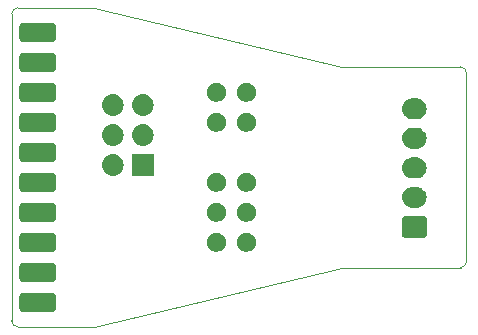
<source format=gts>
G04 #@! TF.GenerationSoftware,KiCad,Pcbnew,5.0.1*
G04 #@! TF.CreationDate,2019-11-02T01:16:45+01:00*
G04 #@! TF.ProjectId,JlinkBreakout,4A6C696E6B427265616B6F75742E6B69,rev?*
G04 #@! TF.SameCoordinates,Original*
G04 #@! TF.FileFunction,Soldermask,Top*
G04 #@! TF.FilePolarity,Negative*
%FSLAX46Y46*%
G04 Gerber Fmt 4.6, Leading zero omitted, Abs format (unit mm)*
G04 Created by KiCad (PCBNEW 5.0.1) date Sat 02 Nov 2019 01:16:45 AM CET*
%MOMM*%
%LPD*%
G01*
G04 APERTURE LIST*
%ADD10C,0.050000*%
%ADD11C,0.100000*%
G04 APERTURE END LIST*
D10*
X58500000Y-60000000D02*
G75*
G02X58000000Y-59500000I0J500000D01*
G01*
X58000000Y-33500000D02*
G75*
G02X58500000Y-33000000I500000J0D01*
G01*
X96000000Y-38000000D02*
G75*
G02X96500000Y-38500000I0J-500000D01*
G01*
X96500000Y-54500000D02*
G75*
G02X96000000Y-55000000I-500000J0D01*
G01*
X86000000Y-38000000D02*
X65000000Y-33000000D01*
X96000000Y-38000000D02*
X86000000Y-38000000D01*
X96500000Y-54500000D02*
X96500000Y-38500000D01*
X86000000Y-55000000D02*
X96000000Y-55000000D01*
X65000000Y-60000000D02*
X86000000Y-55000000D01*
X65000000Y-33000000D02*
X58500000Y-33000000D01*
X58500000Y-60000000D02*
X65000000Y-60000000D01*
X58000000Y-33500000D02*
X58000000Y-59500000D01*
D11*
G36*
X61473993Y-57124203D02*
X61538414Y-57143744D01*
X61597776Y-57175475D01*
X61649817Y-57218183D01*
X61692525Y-57270224D01*
X61724256Y-57329586D01*
X61743797Y-57394007D01*
X61751000Y-57467141D01*
X61751000Y-58392859D01*
X61743797Y-58465993D01*
X61724256Y-58530414D01*
X61692525Y-58589776D01*
X61649817Y-58641817D01*
X61597776Y-58684525D01*
X61538414Y-58716256D01*
X61473993Y-58735797D01*
X61400859Y-58743000D01*
X58999141Y-58743000D01*
X58926007Y-58735797D01*
X58861586Y-58716256D01*
X58802224Y-58684525D01*
X58750183Y-58641817D01*
X58707475Y-58589776D01*
X58675744Y-58530414D01*
X58656203Y-58465993D01*
X58649000Y-58392859D01*
X58649000Y-57467141D01*
X58656203Y-57394007D01*
X58675744Y-57329586D01*
X58707475Y-57270224D01*
X58750183Y-57218183D01*
X58802224Y-57175475D01*
X58861586Y-57143744D01*
X58926007Y-57124203D01*
X58999141Y-57117000D01*
X61400859Y-57117000D01*
X61473993Y-57124203D01*
X61473993Y-57124203D01*
G37*
G36*
X61473993Y-54584203D02*
X61538414Y-54603744D01*
X61597776Y-54635475D01*
X61649817Y-54678183D01*
X61692525Y-54730224D01*
X61724256Y-54789586D01*
X61743797Y-54854007D01*
X61751000Y-54927141D01*
X61751000Y-55852859D01*
X61743797Y-55925993D01*
X61724256Y-55990414D01*
X61692525Y-56049776D01*
X61649817Y-56101817D01*
X61597776Y-56144525D01*
X61538414Y-56176256D01*
X61473993Y-56195797D01*
X61400859Y-56203000D01*
X58999141Y-56203000D01*
X58926007Y-56195797D01*
X58861586Y-56176256D01*
X58802224Y-56144525D01*
X58750183Y-56101817D01*
X58707475Y-56049776D01*
X58675744Y-55990414D01*
X58656203Y-55925993D01*
X58649000Y-55852859D01*
X58649000Y-54927141D01*
X58656203Y-54854007D01*
X58675744Y-54789586D01*
X58707475Y-54730224D01*
X58750183Y-54678183D01*
X58802224Y-54635475D01*
X58861586Y-54603744D01*
X58926007Y-54584203D01*
X58999141Y-54577000D01*
X61400859Y-54577000D01*
X61473993Y-54584203D01*
X61473993Y-54584203D01*
G37*
G36*
X78107142Y-52068242D02*
X78255102Y-52129530D01*
X78268052Y-52138183D01*
X78387000Y-52217661D01*
X78388258Y-52218502D01*
X78501498Y-52331742D01*
X78590470Y-52464898D01*
X78651758Y-52612858D01*
X78683000Y-52769925D01*
X78683000Y-52930075D01*
X78651758Y-53087142D01*
X78604354Y-53201583D01*
X78590471Y-53235100D01*
X78501499Y-53368257D01*
X78388257Y-53481499D01*
X78345937Y-53509776D01*
X78255102Y-53570470D01*
X78107142Y-53631758D01*
X77950075Y-53663000D01*
X77789925Y-53663000D01*
X77632858Y-53631758D01*
X77484898Y-53570470D01*
X77394063Y-53509776D01*
X77351743Y-53481499D01*
X77238501Y-53368257D01*
X77149529Y-53235100D01*
X77135646Y-53201583D01*
X77088242Y-53087142D01*
X77057000Y-52930075D01*
X77057000Y-52769925D01*
X77088242Y-52612858D01*
X77149530Y-52464898D01*
X77238502Y-52331742D01*
X77351742Y-52218502D01*
X77353001Y-52217661D01*
X77471948Y-52138183D01*
X77484898Y-52129530D01*
X77632858Y-52068242D01*
X77789925Y-52037000D01*
X77950075Y-52037000D01*
X78107142Y-52068242D01*
X78107142Y-52068242D01*
G37*
G36*
X75567142Y-52068242D02*
X75715102Y-52129530D01*
X75728052Y-52138183D01*
X75847000Y-52217661D01*
X75848258Y-52218502D01*
X75961498Y-52331742D01*
X76050470Y-52464898D01*
X76111758Y-52612858D01*
X76143000Y-52769925D01*
X76143000Y-52930075D01*
X76111758Y-53087142D01*
X76064354Y-53201583D01*
X76050471Y-53235100D01*
X75961499Y-53368257D01*
X75848257Y-53481499D01*
X75805937Y-53509776D01*
X75715102Y-53570470D01*
X75567142Y-53631758D01*
X75410075Y-53663000D01*
X75249925Y-53663000D01*
X75092858Y-53631758D01*
X74944898Y-53570470D01*
X74854063Y-53509776D01*
X74811743Y-53481499D01*
X74698501Y-53368257D01*
X74609529Y-53235100D01*
X74595646Y-53201583D01*
X74548242Y-53087142D01*
X74517000Y-52930075D01*
X74517000Y-52769925D01*
X74548242Y-52612858D01*
X74609530Y-52464898D01*
X74698502Y-52331742D01*
X74811742Y-52218502D01*
X74813001Y-52217661D01*
X74931948Y-52138183D01*
X74944898Y-52129530D01*
X75092858Y-52068242D01*
X75249925Y-52037000D01*
X75410075Y-52037000D01*
X75567142Y-52068242D01*
X75567142Y-52068242D01*
G37*
G36*
X61473993Y-52044203D02*
X61538414Y-52063744D01*
X61597776Y-52095475D01*
X61649817Y-52138183D01*
X61692525Y-52190224D01*
X61724256Y-52249586D01*
X61743797Y-52314007D01*
X61751000Y-52387141D01*
X61751000Y-53312859D01*
X61743797Y-53385993D01*
X61724256Y-53450414D01*
X61692525Y-53509776D01*
X61649817Y-53561817D01*
X61597776Y-53604525D01*
X61538414Y-53636256D01*
X61473993Y-53655797D01*
X61400859Y-53663000D01*
X58999141Y-53663000D01*
X58926007Y-53655797D01*
X58861586Y-53636256D01*
X58802224Y-53604525D01*
X58750183Y-53561817D01*
X58707475Y-53509776D01*
X58675744Y-53450414D01*
X58656203Y-53385993D01*
X58649000Y-53312859D01*
X58649000Y-52387141D01*
X58656203Y-52314007D01*
X58675744Y-52249586D01*
X58707475Y-52190224D01*
X58750183Y-52138183D01*
X58802224Y-52095475D01*
X58861586Y-52063744D01*
X58926007Y-52044203D01*
X58999141Y-52037000D01*
X61400859Y-52037000D01*
X61473993Y-52044203D01*
X61473993Y-52044203D01*
G37*
G36*
X92983600Y-50652989D02*
X93016649Y-50663014D01*
X93047106Y-50679294D01*
X93073799Y-50701201D01*
X93095706Y-50727894D01*
X93111986Y-50758351D01*
X93122011Y-50791400D01*
X93126000Y-50831904D01*
X93126000Y-52268096D01*
X93122011Y-52308600D01*
X93111986Y-52341649D01*
X93095706Y-52372106D01*
X93073799Y-52398799D01*
X93047106Y-52420706D01*
X93016649Y-52436986D01*
X92983600Y-52447011D01*
X92943096Y-52451000D01*
X91256904Y-52451000D01*
X91216400Y-52447011D01*
X91183351Y-52436986D01*
X91152894Y-52420706D01*
X91126201Y-52398799D01*
X91104294Y-52372106D01*
X91088014Y-52341649D01*
X91077989Y-52308600D01*
X91074000Y-52268096D01*
X91074000Y-50831904D01*
X91077989Y-50791400D01*
X91088014Y-50758351D01*
X91104294Y-50727894D01*
X91126201Y-50701201D01*
X91152894Y-50679294D01*
X91183351Y-50663014D01*
X91216400Y-50652989D01*
X91256904Y-50649000D01*
X92943096Y-50649000D01*
X92983600Y-50652989D01*
X92983600Y-50652989D01*
G37*
G36*
X61473993Y-49504203D02*
X61538414Y-49523744D01*
X61597776Y-49555475D01*
X61649817Y-49598183D01*
X61692525Y-49650224D01*
X61724256Y-49709586D01*
X61743797Y-49774007D01*
X61751000Y-49847141D01*
X61751000Y-50772859D01*
X61743797Y-50845993D01*
X61724256Y-50910414D01*
X61692525Y-50969776D01*
X61649817Y-51021817D01*
X61597776Y-51064525D01*
X61538414Y-51096256D01*
X61473993Y-51115797D01*
X61400859Y-51123000D01*
X58999141Y-51123000D01*
X58926007Y-51115797D01*
X58861586Y-51096256D01*
X58802224Y-51064525D01*
X58750183Y-51021817D01*
X58707475Y-50969776D01*
X58675744Y-50910414D01*
X58656203Y-50845993D01*
X58649000Y-50772859D01*
X58649000Y-49847141D01*
X58656203Y-49774007D01*
X58675744Y-49709586D01*
X58707475Y-49650224D01*
X58750183Y-49598183D01*
X58802224Y-49555475D01*
X58861586Y-49523744D01*
X58926007Y-49504203D01*
X58999141Y-49497000D01*
X61400859Y-49497000D01*
X61473993Y-49504203D01*
X61473993Y-49504203D01*
G37*
G36*
X78107142Y-49528242D02*
X78255102Y-49589530D01*
X78268052Y-49598183D01*
X78387000Y-49677661D01*
X78388258Y-49678502D01*
X78501498Y-49791742D01*
X78590470Y-49924898D01*
X78651758Y-50072858D01*
X78683000Y-50229925D01*
X78683000Y-50390075D01*
X78651758Y-50547142D01*
X78609566Y-50649000D01*
X78603762Y-50663014D01*
X78590470Y-50695102D01*
X78576172Y-50716500D01*
X78501499Y-50828257D01*
X78388257Y-50941499D01*
X78345937Y-50969776D01*
X78255102Y-51030470D01*
X78107142Y-51091758D01*
X77950075Y-51123000D01*
X77789925Y-51123000D01*
X77632858Y-51091758D01*
X77484898Y-51030470D01*
X77394063Y-50969776D01*
X77351743Y-50941499D01*
X77238501Y-50828257D01*
X77163828Y-50716500D01*
X77149530Y-50695102D01*
X77136239Y-50663014D01*
X77130434Y-50649000D01*
X77088242Y-50547142D01*
X77057000Y-50390075D01*
X77057000Y-50229925D01*
X77088242Y-50072858D01*
X77149530Y-49924898D01*
X77238502Y-49791742D01*
X77351742Y-49678502D01*
X77353001Y-49677661D01*
X77471948Y-49598183D01*
X77484898Y-49589530D01*
X77632858Y-49528242D01*
X77789925Y-49497000D01*
X77950075Y-49497000D01*
X78107142Y-49528242D01*
X78107142Y-49528242D01*
G37*
G36*
X75567142Y-49528242D02*
X75715102Y-49589530D01*
X75728052Y-49598183D01*
X75847000Y-49677661D01*
X75848258Y-49678502D01*
X75961498Y-49791742D01*
X76050470Y-49924898D01*
X76111758Y-50072858D01*
X76143000Y-50229925D01*
X76143000Y-50390075D01*
X76111758Y-50547142D01*
X76069566Y-50649000D01*
X76063762Y-50663014D01*
X76050470Y-50695102D01*
X76036172Y-50716500D01*
X75961499Y-50828257D01*
X75848257Y-50941499D01*
X75805937Y-50969776D01*
X75715102Y-51030470D01*
X75567142Y-51091758D01*
X75410075Y-51123000D01*
X75249925Y-51123000D01*
X75092858Y-51091758D01*
X74944898Y-51030470D01*
X74854063Y-50969776D01*
X74811743Y-50941499D01*
X74698501Y-50828257D01*
X74623828Y-50716500D01*
X74609530Y-50695102D01*
X74596239Y-50663014D01*
X74590434Y-50649000D01*
X74548242Y-50547142D01*
X74517000Y-50390075D01*
X74517000Y-50229925D01*
X74548242Y-50072858D01*
X74609530Y-49924898D01*
X74698502Y-49791742D01*
X74811742Y-49678502D01*
X74813001Y-49677661D01*
X74931948Y-49598183D01*
X74944898Y-49589530D01*
X75092858Y-49528242D01*
X75249925Y-49497000D01*
X75410075Y-49497000D01*
X75567142Y-49528242D01*
X75567142Y-49528242D01*
G37*
G36*
X92331193Y-48155100D02*
X92401627Y-48162037D01*
X92514853Y-48196384D01*
X92571467Y-48213557D01*
X92650504Y-48255804D01*
X92727991Y-48297222D01*
X92738678Y-48305993D01*
X92865186Y-48409814D01*
X92948448Y-48511271D01*
X92977778Y-48547009D01*
X92977779Y-48547011D01*
X93061443Y-48703533D01*
X93061443Y-48703534D01*
X93112963Y-48873373D01*
X93130359Y-49050000D01*
X93112963Y-49226627D01*
X93078616Y-49339853D01*
X93061443Y-49396467D01*
X93007706Y-49497000D01*
X92977778Y-49552991D01*
X92975739Y-49555475D01*
X92865186Y-49690186D01*
X92763729Y-49773448D01*
X92727991Y-49802778D01*
X92727989Y-49802779D01*
X92571467Y-49886443D01*
X92515237Y-49903500D01*
X92401627Y-49937963D01*
X92335443Y-49944481D01*
X92269260Y-49951000D01*
X91930740Y-49951000D01*
X91864558Y-49944482D01*
X91798373Y-49937963D01*
X91684763Y-49903500D01*
X91628533Y-49886443D01*
X91472011Y-49802779D01*
X91472009Y-49802778D01*
X91436271Y-49773448D01*
X91334814Y-49690186D01*
X91224261Y-49555475D01*
X91222222Y-49552991D01*
X91192294Y-49497000D01*
X91138557Y-49396467D01*
X91121384Y-49339853D01*
X91087037Y-49226627D01*
X91069641Y-49050000D01*
X91087037Y-48873373D01*
X91138557Y-48703534D01*
X91138557Y-48703533D01*
X91222221Y-48547011D01*
X91222222Y-48547009D01*
X91251552Y-48511271D01*
X91334814Y-48409814D01*
X91461322Y-48305993D01*
X91472009Y-48297222D01*
X91549496Y-48255804D01*
X91628533Y-48213557D01*
X91685147Y-48196384D01*
X91798373Y-48162037D01*
X91868807Y-48155100D01*
X91930740Y-48149000D01*
X92269260Y-48149000D01*
X92331193Y-48155100D01*
X92331193Y-48155100D01*
G37*
G36*
X61473993Y-46964203D02*
X61538414Y-46983744D01*
X61597776Y-47015475D01*
X61649817Y-47058183D01*
X61692525Y-47110224D01*
X61724256Y-47169586D01*
X61743797Y-47234007D01*
X61751000Y-47307141D01*
X61751000Y-48232859D01*
X61743797Y-48305993D01*
X61724256Y-48370414D01*
X61692525Y-48429776D01*
X61649817Y-48481817D01*
X61597776Y-48524525D01*
X61538414Y-48556256D01*
X61473993Y-48575797D01*
X61400859Y-48583000D01*
X58999141Y-48583000D01*
X58926007Y-48575797D01*
X58861586Y-48556256D01*
X58802224Y-48524525D01*
X58750183Y-48481817D01*
X58707475Y-48429776D01*
X58675744Y-48370414D01*
X58656203Y-48305993D01*
X58649000Y-48232859D01*
X58649000Y-47307141D01*
X58656203Y-47234007D01*
X58675744Y-47169586D01*
X58707475Y-47110224D01*
X58750183Y-47058183D01*
X58802224Y-47015475D01*
X58861586Y-46983744D01*
X58926007Y-46964203D01*
X58999141Y-46957000D01*
X61400859Y-46957000D01*
X61473993Y-46964203D01*
X61473993Y-46964203D01*
G37*
G36*
X75567142Y-46988242D02*
X75715102Y-47049530D01*
X75728052Y-47058183D01*
X75847000Y-47137661D01*
X75848258Y-47138502D01*
X75961498Y-47251742D01*
X76050470Y-47384898D01*
X76111758Y-47532858D01*
X76143000Y-47689925D01*
X76143000Y-47850075D01*
X76111758Y-48007142D01*
X76064354Y-48121583D01*
X76050471Y-48155100D01*
X75961499Y-48288257D01*
X75848257Y-48401499D01*
X75835811Y-48409815D01*
X75715102Y-48490470D01*
X75567142Y-48551758D01*
X75410075Y-48583000D01*
X75249925Y-48583000D01*
X75092858Y-48551758D01*
X74944898Y-48490470D01*
X74824189Y-48409815D01*
X74811743Y-48401499D01*
X74698501Y-48288257D01*
X74609529Y-48155100D01*
X74595646Y-48121583D01*
X74548242Y-48007142D01*
X74517000Y-47850075D01*
X74517000Y-47689925D01*
X74548242Y-47532858D01*
X74609530Y-47384898D01*
X74698502Y-47251742D01*
X74811742Y-47138502D01*
X74813001Y-47137661D01*
X74931948Y-47058183D01*
X74944898Y-47049530D01*
X75092858Y-46988242D01*
X75249925Y-46957000D01*
X75410075Y-46957000D01*
X75567142Y-46988242D01*
X75567142Y-46988242D01*
G37*
G36*
X78107142Y-46988242D02*
X78255102Y-47049530D01*
X78268052Y-47058183D01*
X78387000Y-47137661D01*
X78388258Y-47138502D01*
X78501498Y-47251742D01*
X78590470Y-47384898D01*
X78651758Y-47532858D01*
X78683000Y-47689925D01*
X78683000Y-47850075D01*
X78651758Y-48007142D01*
X78604354Y-48121583D01*
X78590471Y-48155100D01*
X78501499Y-48288257D01*
X78388257Y-48401499D01*
X78375811Y-48409815D01*
X78255102Y-48490470D01*
X78107142Y-48551758D01*
X77950075Y-48583000D01*
X77789925Y-48583000D01*
X77632858Y-48551758D01*
X77484898Y-48490470D01*
X77364189Y-48409815D01*
X77351743Y-48401499D01*
X77238501Y-48288257D01*
X77149529Y-48155100D01*
X77135646Y-48121583D01*
X77088242Y-48007142D01*
X77057000Y-47850075D01*
X77057000Y-47689925D01*
X77088242Y-47532858D01*
X77149530Y-47384898D01*
X77238502Y-47251742D01*
X77351742Y-47138502D01*
X77353001Y-47137661D01*
X77471948Y-47058183D01*
X77484898Y-47049530D01*
X77632858Y-46988242D01*
X77789925Y-46957000D01*
X77950075Y-46957000D01*
X78107142Y-46988242D01*
X78107142Y-46988242D01*
G37*
G36*
X92335442Y-45655518D02*
X92401627Y-45662037D01*
X92503234Y-45692859D01*
X92571467Y-45713557D01*
X92669566Y-45765993D01*
X92727991Y-45797222D01*
X92763729Y-45826552D01*
X92865186Y-45909814D01*
X92948448Y-46011271D01*
X92977778Y-46047009D01*
X92977779Y-46047011D01*
X93061443Y-46203533D01*
X93061443Y-46203534D01*
X93112963Y-46373373D01*
X93130359Y-46550000D01*
X93112963Y-46726627D01*
X93087495Y-46810583D01*
X93061443Y-46896467D01*
X93012387Y-46988243D01*
X92977778Y-47052991D01*
X92968628Y-47064140D01*
X92865186Y-47190186D01*
X92790177Y-47251743D01*
X92727991Y-47302778D01*
X92727989Y-47302779D01*
X92571467Y-47386443D01*
X92514853Y-47403616D01*
X92401627Y-47437963D01*
X92335442Y-47444482D01*
X92269260Y-47451000D01*
X91930740Y-47451000D01*
X91864558Y-47444482D01*
X91798373Y-47437963D01*
X91685147Y-47403616D01*
X91628533Y-47386443D01*
X91472011Y-47302779D01*
X91472009Y-47302778D01*
X91409823Y-47251743D01*
X91334814Y-47190186D01*
X91231372Y-47064140D01*
X91222222Y-47052991D01*
X91187613Y-46988243D01*
X91138557Y-46896467D01*
X91112505Y-46810583D01*
X91087037Y-46726627D01*
X91069641Y-46550000D01*
X91087037Y-46373373D01*
X91138557Y-46203534D01*
X91138557Y-46203533D01*
X91222221Y-46047011D01*
X91222222Y-46047009D01*
X91251552Y-46011271D01*
X91334814Y-45909814D01*
X91436271Y-45826552D01*
X91472009Y-45797222D01*
X91530434Y-45765993D01*
X91628533Y-45713557D01*
X91696766Y-45692859D01*
X91798373Y-45662037D01*
X91864558Y-45655518D01*
X91930740Y-45649000D01*
X92269260Y-45649000D01*
X92335442Y-45655518D01*
X92335442Y-45655518D01*
G37*
G36*
X70014600Y-47214600D02*
X68185400Y-47214600D01*
X68185400Y-45385400D01*
X70014600Y-45385400D01*
X70014600Y-47214600D01*
X70014600Y-47214600D01*
G37*
G36*
X66739294Y-45398633D02*
X66911694Y-45450931D01*
X66911696Y-45450932D01*
X67070583Y-45535859D01*
X67209849Y-45650151D01*
X67324141Y-45789417D01*
X67405601Y-45941817D01*
X67409069Y-45948306D01*
X67461367Y-46120706D01*
X67479025Y-46300000D01*
X67461367Y-46479294D01*
X67409069Y-46651694D01*
X67409068Y-46651696D01*
X67324141Y-46810583D01*
X67209849Y-46949849D01*
X67070583Y-47064141D01*
X66911696Y-47149068D01*
X66911694Y-47149069D01*
X66739294Y-47201367D01*
X66604931Y-47214600D01*
X66515069Y-47214600D01*
X66380706Y-47201367D01*
X66208306Y-47149069D01*
X66208304Y-47149068D01*
X66049417Y-47064141D01*
X65910151Y-46949849D01*
X65795859Y-46810583D01*
X65710932Y-46651696D01*
X65710931Y-46651694D01*
X65658633Y-46479294D01*
X65640975Y-46300000D01*
X65658633Y-46120706D01*
X65710931Y-45948306D01*
X65714399Y-45941817D01*
X65795859Y-45789417D01*
X65910151Y-45650151D01*
X66049417Y-45535859D01*
X66208304Y-45450932D01*
X66208306Y-45450931D01*
X66380706Y-45398633D01*
X66515069Y-45385400D01*
X66604931Y-45385400D01*
X66739294Y-45398633D01*
X66739294Y-45398633D01*
G37*
G36*
X61473993Y-44424203D02*
X61538414Y-44443744D01*
X61597776Y-44475475D01*
X61649817Y-44518183D01*
X61692525Y-44570224D01*
X61724256Y-44629586D01*
X61743797Y-44694007D01*
X61751000Y-44767141D01*
X61751000Y-45692859D01*
X61743797Y-45765993D01*
X61724256Y-45830414D01*
X61692525Y-45889776D01*
X61649817Y-45941817D01*
X61597776Y-45984525D01*
X61538414Y-46016256D01*
X61473993Y-46035797D01*
X61400859Y-46043000D01*
X58999141Y-46043000D01*
X58926007Y-46035797D01*
X58861586Y-46016256D01*
X58802224Y-45984525D01*
X58750183Y-45941817D01*
X58707475Y-45889776D01*
X58675744Y-45830414D01*
X58656203Y-45765993D01*
X58649000Y-45692859D01*
X58649000Y-44767141D01*
X58656203Y-44694007D01*
X58675744Y-44629586D01*
X58707475Y-44570224D01*
X58750183Y-44518183D01*
X58802224Y-44475475D01*
X58861586Y-44443744D01*
X58926007Y-44424203D01*
X58999141Y-44417000D01*
X61400859Y-44417000D01*
X61473993Y-44424203D01*
X61473993Y-44424203D01*
G37*
G36*
X92335443Y-43155519D02*
X92401627Y-43162037D01*
X92514853Y-43196384D01*
X92571467Y-43213557D01*
X92710087Y-43287652D01*
X92727991Y-43297222D01*
X92757571Y-43321498D01*
X92865186Y-43409814D01*
X92948448Y-43511271D01*
X92977778Y-43547009D01*
X92977779Y-43547011D01*
X93061443Y-43703533D01*
X93061443Y-43703534D01*
X93112963Y-43873373D01*
X93130359Y-44050000D01*
X93112963Y-44226627D01*
X93078616Y-44339853D01*
X93061443Y-44396467D01*
X93013849Y-44485508D01*
X92977778Y-44552991D01*
X92963635Y-44570224D01*
X92865186Y-44690186D01*
X92771415Y-44767141D01*
X92727991Y-44802778D01*
X92727989Y-44802779D01*
X92571467Y-44886443D01*
X92514853Y-44903616D01*
X92401627Y-44937963D01*
X92335442Y-44944482D01*
X92269260Y-44951000D01*
X91930740Y-44951000D01*
X91864558Y-44944482D01*
X91798373Y-44937963D01*
X91685147Y-44903616D01*
X91628533Y-44886443D01*
X91472011Y-44802779D01*
X91472009Y-44802778D01*
X91428585Y-44767141D01*
X91334814Y-44690186D01*
X91236365Y-44570224D01*
X91222222Y-44552991D01*
X91186151Y-44485508D01*
X91138557Y-44396467D01*
X91121384Y-44339853D01*
X91087037Y-44226627D01*
X91069641Y-44050000D01*
X91087037Y-43873373D01*
X91138557Y-43703534D01*
X91138557Y-43703533D01*
X91222221Y-43547011D01*
X91222222Y-43547009D01*
X91251552Y-43511271D01*
X91334814Y-43409814D01*
X91442429Y-43321498D01*
X91472009Y-43297222D01*
X91489913Y-43287652D01*
X91628533Y-43213557D01*
X91685147Y-43196384D01*
X91798373Y-43162037D01*
X91864557Y-43155519D01*
X91930740Y-43149000D01*
X92269260Y-43149000D01*
X92335443Y-43155519D01*
X92335443Y-43155519D01*
G37*
G36*
X69279294Y-42858633D02*
X69451694Y-42910931D01*
X69451696Y-42910932D01*
X69610583Y-42995859D01*
X69749849Y-43110151D01*
X69864141Y-43249417D01*
X69945601Y-43401817D01*
X69949069Y-43408306D01*
X70001367Y-43580706D01*
X70019025Y-43760000D01*
X70001367Y-43939294D01*
X69949069Y-44111694D01*
X69949068Y-44111696D01*
X69864141Y-44270583D01*
X69749849Y-44409849D01*
X69610583Y-44524141D01*
X69473037Y-44597661D01*
X69451694Y-44609069D01*
X69279294Y-44661367D01*
X69144931Y-44674600D01*
X69055069Y-44674600D01*
X68920706Y-44661367D01*
X68748306Y-44609069D01*
X68726963Y-44597661D01*
X68589417Y-44524141D01*
X68450151Y-44409849D01*
X68335859Y-44270583D01*
X68250932Y-44111696D01*
X68250931Y-44111694D01*
X68198633Y-43939294D01*
X68180975Y-43760000D01*
X68198633Y-43580706D01*
X68250931Y-43408306D01*
X68254399Y-43401817D01*
X68335859Y-43249417D01*
X68450151Y-43110151D01*
X68589417Y-42995859D01*
X68748304Y-42910932D01*
X68748306Y-42910931D01*
X68920706Y-42858633D01*
X69055069Y-42845400D01*
X69144931Y-42845400D01*
X69279294Y-42858633D01*
X69279294Y-42858633D01*
G37*
G36*
X66739294Y-42858633D02*
X66911694Y-42910931D01*
X66911696Y-42910932D01*
X67070583Y-42995859D01*
X67209849Y-43110151D01*
X67324141Y-43249417D01*
X67405601Y-43401817D01*
X67409069Y-43408306D01*
X67461367Y-43580706D01*
X67479025Y-43760000D01*
X67461367Y-43939294D01*
X67409069Y-44111694D01*
X67409068Y-44111696D01*
X67324141Y-44270583D01*
X67209849Y-44409849D01*
X67070583Y-44524141D01*
X66933037Y-44597661D01*
X66911694Y-44609069D01*
X66739294Y-44661367D01*
X66604931Y-44674600D01*
X66515069Y-44674600D01*
X66380706Y-44661367D01*
X66208306Y-44609069D01*
X66186963Y-44597661D01*
X66049417Y-44524141D01*
X65910151Y-44409849D01*
X65795859Y-44270583D01*
X65710932Y-44111696D01*
X65710931Y-44111694D01*
X65658633Y-43939294D01*
X65640975Y-43760000D01*
X65658633Y-43580706D01*
X65710931Y-43408306D01*
X65714399Y-43401817D01*
X65795859Y-43249417D01*
X65910151Y-43110151D01*
X66049417Y-42995859D01*
X66208304Y-42910932D01*
X66208306Y-42910931D01*
X66380706Y-42858633D01*
X66515069Y-42845400D01*
X66604931Y-42845400D01*
X66739294Y-42858633D01*
X66739294Y-42858633D01*
G37*
G36*
X75567142Y-41908242D02*
X75715102Y-41969530D01*
X75728052Y-41978183D01*
X75847000Y-42057661D01*
X75848258Y-42058502D01*
X75961498Y-42171742D01*
X76050470Y-42304898D01*
X76111758Y-42452858D01*
X76143000Y-42609925D01*
X76143000Y-42770075D01*
X76111758Y-42927142D01*
X76064354Y-43041583D01*
X76050471Y-43075100D01*
X75961499Y-43208257D01*
X75848257Y-43321499D01*
X75805937Y-43349776D01*
X75715102Y-43410470D01*
X75567142Y-43471758D01*
X75410075Y-43503000D01*
X75249925Y-43503000D01*
X75092858Y-43471758D01*
X74944898Y-43410470D01*
X74854063Y-43349776D01*
X74811743Y-43321499D01*
X74698501Y-43208257D01*
X74609529Y-43075100D01*
X74595646Y-43041583D01*
X74548242Y-42927142D01*
X74517000Y-42770075D01*
X74517000Y-42609925D01*
X74548242Y-42452858D01*
X74609530Y-42304898D01*
X74698502Y-42171742D01*
X74811742Y-42058502D01*
X74813001Y-42057661D01*
X74931948Y-41978183D01*
X74944898Y-41969530D01*
X75092858Y-41908242D01*
X75249925Y-41877000D01*
X75410075Y-41877000D01*
X75567142Y-41908242D01*
X75567142Y-41908242D01*
G37*
G36*
X78107142Y-41908242D02*
X78255102Y-41969530D01*
X78268052Y-41978183D01*
X78387000Y-42057661D01*
X78388258Y-42058502D01*
X78501498Y-42171742D01*
X78590470Y-42304898D01*
X78651758Y-42452858D01*
X78683000Y-42609925D01*
X78683000Y-42770075D01*
X78651758Y-42927142D01*
X78604354Y-43041583D01*
X78590471Y-43075100D01*
X78501499Y-43208257D01*
X78388257Y-43321499D01*
X78345937Y-43349776D01*
X78255102Y-43410470D01*
X78107142Y-43471758D01*
X77950075Y-43503000D01*
X77789925Y-43503000D01*
X77632858Y-43471758D01*
X77484898Y-43410470D01*
X77394063Y-43349776D01*
X77351743Y-43321499D01*
X77238501Y-43208257D01*
X77149529Y-43075100D01*
X77135646Y-43041583D01*
X77088242Y-42927142D01*
X77057000Y-42770075D01*
X77057000Y-42609925D01*
X77088242Y-42452858D01*
X77149530Y-42304898D01*
X77238502Y-42171742D01*
X77351742Y-42058502D01*
X77353001Y-42057661D01*
X77471948Y-41978183D01*
X77484898Y-41969530D01*
X77632858Y-41908242D01*
X77789925Y-41877000D01*
X77950075Y-41877000D01*
X78107142Y-41908242D01*
X78107142Y-41908242D01*
G37*
G36*
X61473993Y-41884203D02*
X61538414Y-41903744D01*
X61597776Y-41935475D01*
X61649817Y-41978183D01*
X61692525Y-42030224D01*
X61724256Y-42089586D01*
X61743797Y-42154007D01*
X61751000Y-42227141D01*
X61751000Y-43152859D01*
X61743797Y-43225993D01*
X61724256Y-43290414D01*
X61692525Y-43349776D01*
X61649817Y-43401817D01*
X61597776Y-43444525D01*
X61538414Y-43476256D01*
X61473993Y-43495797D01*
X61400859Y-43503000D01*
X58999141Y-43503000D01*
X58926007Y-43495797D01*
X58861586Y-43476256D01*
X58802224Y-43444525D01*
X58750183Y-43401817D01*
X58707475Y-43349776D01*
X58675744Y-43290414D01*
X58656203Y-43225993D01*
X58649000Y-43152859D01*
X58649000Y-42227141D01*
X58656203Y-42154007D01*
X58675744Y-42089586D01*
X58707475Y-42030224D01*
X58750183Y-41978183D01*
X58802224Y-41935475D01*
X58861586Y-41903744D01*
X58926007Y-41884203D01*
X58999141Y-41877000D01*
X61400859Y-41877000D01*
X61473993Y-41884203D01*
X61473993Y-41884203D01*
G37*
G36*
X92335443Y-40655519D02*
X92401627Y-40662037D01*
X92480599Y-40685993D01*
X92571467Y-40713557D01*
X92698574Y-40781498D01*
X92727991Y-40797222D01*
X92743288Y-40809776D01*
X92865186Y-40909814D01*
X92948448Y-41011271D01*
X92977778Y-41047009D01*
X92977779Y-41047011D01*
X93061443Y-41203533D01*
X93061443Y-41203534D01*
X93112963Y-41373373D01*
X93130359Y-41550000D01*
X93112963Y-41726627D01*
X93078616Y-41839853D01*
X93061443Y-41896467D01*
X93008208Y-41996061D01*
X92977778Y-42052991D01*
X92973255Y-42058502D01*
X92865186Y-42190186D01*
X92763729Y-42273448D01*
X92727991Y-42302778D01*
X92727989Y-42302779D01*
X92571467Y-42386443D01*
X92514853Y-42403616D01*
X92401627Y-42437963D01*
X92335442Y-42444482D01*
X92269260Y-42451000D01*
X91930740Y-42451000D01*
X91864558Y-42444482D01*
X91798373Y-42437963D01*
X91685147Y-42403616D01*
X91628533Y-42386443D01*
X91472011Y-42302779D01*
X91472009Y-42302778D01*
X91436271Y-42273448D01*
X91334814Y-42190186D01*
X91226745Y-42058502D01*
X91222222Y-42052991D01*
X91191792Y-41996061D01*
X91138557Y-41896467D01*
X91121384Y-41839853D01*
X91087037Y-41726627D01*
X91069641Y-41550000D01*
X91087037Y-41373373D01*
X91138557Y-41203534D01*
X91138557Y-41203533D01*
X91222221Y-41047011D01*
X91222222Y-41047009D01*
X91251552Y-41011271D01*
X91334814Y-40909814D01*
X91456712Y-40809776D01*
X91472009Y-40797222D01*
X91501426Y-40781498D01*
X91628533Y-40713557D01*
X91719401Y-40685993D01*
X91798373Y-40662037D01*
X91864557Y-40655519D01*
X91930740Y-40649000D01*
X92269260Y-40649000D01*
X92335443Y-40655519D01*
X92335443Y-40655519D01*
G37*
G36*
X69279294Y-40318633D02*
X69451694Y-40370931D01*
X69451696Y-40370932D01*
X69610583Y-40455859D01*
X69749849Y-40570151D01*
X69864141Y-40709417D01*
X69945601Y-40861817D01*
X69949069Y-40868306D01*
X70001367Y-41040706D01*
X70019025Y-41220000D01*
X70001367Y-41399294D01*
X69949069Y-41571694D01*
X69949068Y-41571696D01*
X69864141Y-41730583D01*
X69749849Y-41869849D01*
X69610583Y-41984141D01*
X69451696Y-42069068D01*
X69451694Y-42069069D01*
X69279294Y-42121367D01*
X69144931Y-42134600D01*
X69055069Y-42134600D01*
X68920706Y-42121367D01*
X68748306Y-42069069D01*
X68748304Y-42069068D01*
X68589417Y-41984141D01*
X68450151Y-41869849D01*
X68335859Y-41730583D01*
X68250932Y-41571696D01*
X68250931Y-41571694D01*
X68198633Y-41399294D01*
X68180975Y-41220000D01*
X68198633Y-41040706D01*
X68250931Y-40868306D01*
X68254399Y-40861817D01*
X68335859Y-40709417D01*
X68450151Y-40570151D01*
X68589417Y-40455859D01*
X68748304Y-40370932D01*
X68748306Y-40370931D01*
X68920706Y-40318633D01*
X69055069Y-40305400D01*
X69144931Y-40305400D01*
X69279294Y-40318633D01*
X69279294Y-40318633D01*
G37*
G36*
X66739294Y-40318633D02*
X66911694Y-40370931D01*
X66911696Y-40370932D01*
X67070583Y-40455859D01*
X67209849Y-40570151D01*
X67324141Y-40709417D01*
X67405601Y-40861817D01*
X67409069Y-40868306D01*
X67461367Y-41040706D01*
X67479025Y-41220000D01*
X67461367Y-41399294D01*
X67409069Y-41571694D01*
X67409068Y-41571696D01*
X67324141Y-41730583D01*
X67209849Y-41869849D01*
X67070583Y-41984141D01*
X66911696Y-42069068D01*
X66911694Y-42069069D01*
X66739294Y-42121367D01*
X66604931Y-42134600D01*
X66515069Y-42134600D01*
X66380706Y-42121367D01*
X66208306Y-42069069D01*
X66208304Y-42069068D01*
X66049417Y-41984141D01*
X65910151Y-41869849D01*
X65795859Y-41730583D01*
X65710932Y-41571696D01*
X65710931Y-41571694D01*
X65658633Y-41399294D01*
X65640975Y-41220000D01*
X65658633Y-41040706D01*
X65710931Y-40868306D01*
X65714399Y-40861817D01*
X65795859Y-40709417D01*
X65910151Y-40570151D01*
X66049417Y-40455859D01*
X66208304Y-40370932D01*
X66208306Y-40370931D01*
X66380706Y-40318633D01*
X66515069Y-40305400D01*
X66604931Y-40305400D01*
X66739294Y-40318633D01*
X66739294Y-40318633D01*
G37*
G36*
X78107142Y-39368242D02*
X78255102Y-39429530D01*
X78268052Y-39438183D01*
X78387000Y-39517661D01*
X78388258Y-39518502D01*
X78501498Y-39631742D01*
X78590470Y-39764898D01*
X78651758Y-39912858D01*
X78683000Y-40069925D01*
X78683000Y-40230075D01*
X78651758Y-40387142D01*
X78604354Y-40501583D01*
X78590471Y-40535100D01*
X78501499Y-40668257D01*
X78388257Y-40781499D01*
X78345937Y-40809776D01*
X78255102Y-40870470D01*
X78107142Y-40931758D01*
X77950075Y-40963000D01*
X77789925Y-40963000D01*
X77632858Y-40931758D01*
X77484898Y-40870470D01*
X77394063Y-40809776D01*
X77351743Y-40781499D01*
X77238501Y-40668257D01*
X77149529Y-40535100D01*
X77135646Y-40501583D01*
X77088242Y-40387142D01*
X77057000Y-40230075D01*
X77057000Y-40069925D01*
X77088242Y-39912858D01*
X77149530Y-39764898D01*
X77238502Y-39631742D01*
X77351742Y-39518502D01*
X77353001Y-39517661D01*
X77471948Y-39438183D01*
X77484898Y-39429530D01*
X77632858Y-39368242D01*
X77789925Y-39337000D01*
X77950075Y-39337000D01*
X78107142Y-39368242D01*
X78107142Y-39368242D01*
G37*
G36*
X61473993Y-39344203D02*
X61538414Y-39363744D01*
X61597776Y-39395475D01*
X61649817Y-39438183D01*
X61692525Y-39490224D01*
X61724256Y-39549586D01*
X61743797Y-39614007D01*
X61751000Y-39687141D01*
X61751000Y-40612859D01*
X61743797Y-40685993D01*
X61724256Y-40750414D01*
X61692525Y-40809776D01*
X61649817Y-40861817D01*
X61597776Y-40904525D01*
X61538414Y-40936256D01*
X61473993Y-40955797D01*
X61400859Y-40963000D01*
X58999141Y-40963000D01*
X58926007Y-40955797D01*
X58861586Y-40936256D01*
X58802224Y-40904525D01*
X58750183Y-40861817D01*
X58707475Y-40809776D01*
X58675744Y-40750414D01*
X58656203Y-40685993D01*
X58649000Y-40612859D01*
X58649000Y-39687141D01*
X58656203Y-39614007D01*
X58675744Y-39549586D01*
X58707475Y-39490224D01*
X58750183Y-39438183D01*
X58802224Y-39395475D01*
X58861586Y-39363744D01*
X58926007Y-39344203D01*
X58999141Y-39337000D01*
X61400859Y-39337000D01*
X61473993Y-39344203D01*
X61473993Y-39344203D01*
G37*
G36*
X75567142Y-39368242D02*
X75715102Y-39429530D01*
X75728052Y-39438183D01*
X75847000Y-39517661D01*
X75848258Y-39518502D01*
X75961498Y-39631742D01*
X76050470Y-39764898D01*
X76111758Y-39912858D01*
X76143000Y-40069925D01*
X76143000Y-40230075D01*
X76111758Y-40387142D01*
X76064354Y-40501583D01*
X76050471Y-40535100D01*
X75961499Y-40668257D01*
X75848257Y-40781499D01*
X75805937Y-40809776D01*
X75715102Y-40870470D01*
X75567142Y-40931758D01*
X75410075Y-40963000D01*
X75249925Y-40963000D01*
X75092858Y-40931758D01*
X74944898Y-40870470D01*
X74854063Y-40809776D01*
X74811743Y-40781499D01*
X74698501Y-40668257D01*
X74609529Y-40535100D01*
X74595646Y-40501583D01*
X74548242Y-40387142D01*
X74517000Y-40230075D01*
X74517000Y-40069925D01*
X74548242Y-39912858D01*
X74609530Y-39764898D01*
X74698502Y-39631742D01*
X74811742Y-39518502D01*
X74813001Y-39517661D01*
X74931948Y-39438183D01*
X74944898Y-39429530D01*
X75092858Y-39368242D01*
X75249925Y-39337000D01*
X75410075Y-39337000D01*
X75567142Y-39368242D01*
X75567142Y-39368242D01*
G37*
G36*
X61473993Y-36804203D02*
X61538414Y-36823744D01*
X61597776Y-36855475D01*
X61649817Y-36898183D01*
X61692525Y-36950224D01*
X61724256Y-37009586D01*
X61743797Y-37074007D01*
X61751000Y-37147141D01*
X61751000Y-38072859D01*
X61743797Y-38145993D01*
X61724256Y-38210414D01*
X61692525Y-38269776D01*
X61649817Y-38321817D01*
X61597776Y-38364525D01*
X61538414Y-38396256D01*
X61473993Y-38415797D01*
X61400859Y-38423000D01*
X58999141Y-38423000D01*
X58926007Y-38415797D01*
X58861586Y-38396256D01*
X58802224Y-38364525D01*
X58750183Y-38321817D01*
X58707475Y-38269776D01*
X58675744Y-38210414D01*
X58656203Y-38145993D01*
X58649000Y-38072859D01*
X58649000Y-37147141D01*
X58656203Y-37074007D01*
X58675744Y-37009586D01*
X58707475Y-36950224D01*
X58750183Y-36898183D01*
X58802224Y-36855475D01*
X58861586Y-36823744D01*
X58926007Y-36804203D01*
X58999141Y-36797000D01*
X61400859Y-36797000D01*
X61473993Y-36804203D01*
X61473993Y-36804203D01*
G37*
G36*
X61473993Y-34264203D02*
X61538414Y-34283744D01*
X61597776Y-34315475D01*
X61649817Y-34358183D01*
X61692525Y-34410224D01*
X61724256Y-34469586D01*
X61743797Y-34534007D01*
X61751000Y-34607141D01*
X61751000Y-35532859D01*
X61743797Y-35605993D01*
X61724256Y-35670414D01*
X61692525Y-35729776D01*
X61649817Y-35781817D01*
X61597776Y-35824525D01*
X61538414Y-35856256D01*
X61473993Y-35875797D01*
X61400859Y-35883000D01*
X58999141Y-35883000D01*
X58926007Y-35875797D01*
X58861586Y-35856256D01*
X58802224Y-35824525D01*
X58750183Y-35781817D01*
X58707475Y-35729776D01*
X58675744Y-35670414D01*
X58656203Y-35605993D01*
X58649000Y-35532859D01*
X58649000Y-34607141D01*
X58656203Y-34534007D01*
X58675744Y-34469586D01*
X58707475Y-34410224D01*
X58750183Y-34358183D01*
X58802224Y-34315475D01*
X58861586Y-34283744D01*
X58926007Y-34264203D01*
X58999141Y-34257000D01*
X61400859Y-34257000D01*
X61473993Y-34264203D01*
X61473993Y-34264203D01*
G37*
M02*

</source>
